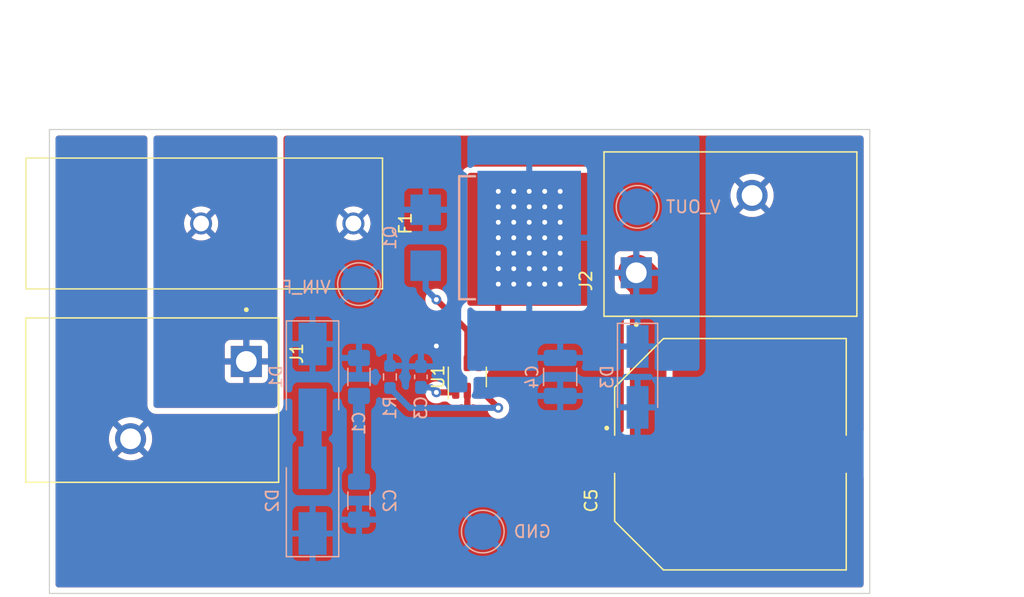
<source format=kicad_pcb>
(kicad_pcb (version 20211014) (generator pcbnew)
  (layers (0 "F.Cu" signal) (31 "B.Cu" signal) (34 "B.Paste" user) (35 "F.Paste" user) (36 "B.SilkS" user "B.Silkscreen") (37 "F.SilkS" user "F.Silkscreen") (38 "B.Mask" user) (39 "F.Mask" user) (44 "Edge.Cuts" user))
  (net 0 "")
  (net 1 "Net-(C3-Pad2)")
  (net 2 "GND")
  (net 3 "Net-(C1-Pad2)")
  (net 4 "Net-(D1-Pad2)")
  (net 5 "/VIN_F")
  (net 6 "/VOUT")
  (net 7 "/VIN")
  (net 8 "/GATE")
  (net 9 "/EN")
  (footprint "IdealDiode:PHOENIX_1017521" (layer "F.Cu") (at 119.0278 83.81985 -90)
    (fp_text reference "J1" (at -0.65 -4.135 90) (layer "F.SilkS"))
    (fp_text value "1017521")
    (fp_line (start -3.575 18.1) (end -3.575 -2.65) (layer "F.SilkS") (width 0.127))
    (fp_line (start -3.575 -2.65) (end 9.925 -2.65) (layer "F.SilkS") (width 0.127))
    (fp_line (start 9.925 -2.65) (end 9.925 18.1) (layer "F.SilkS") (width 0.127))
    (fp_line (start 9.925 18.1) (end -3.575 18.1) (layer "F.SilkS") (width 0.127))
    (fp_circle (center -4.25 0) (end -4.15 0) (layer "F.SilkS") (width 0.2) (fill none))
    (pad "1" thru_hole rect (at 0 0 270) (size 2.55 2.55) (drill 1.7) (layers *.Cu *.Mask) (net 7 "/VIN"))
    (pad "2" thru_hole circle (at 6.35 9.5 270) (size 2.55 2.55) (drill 1.7) (layers *.Cu *.Mask) (net 2 "GND"))
  )
  (footprint "IdealDiode:CAP_EEVFK2A221M" (layer "F.Cu") (at 158.75 91.44)
    (fp_text reference "C5" (at -11.43 3.81 90) (layer "F.SilkS"))
    (fp_text value "220µF")
    (fp_line (start -5.5 -9.5) (end -9.5 -5.5) (layer "F.SilkS") (width 0.127))
    (fp_line (start -9.5 1.57) (end -9.5 5.5) (layer "F.SilkS") (width 0.127))
    (fp_line (start -5.5 9.5) (end 9.5 9.5) (layer "F.SilkS") (width 0.127))
    (fp_line (start 9.5 -1.57) (end 9.5 -9.5) (layer "F.SilkS") (width 0.127))
    (fp_line (start -9.5 -5.5) (end -9.5 -1.57) (layer "F.SilkS") (width 0.127))
    (fp_line (start 9.5 -9.5) (end -5.5 -9.5) (layer "F.SilkS") (width 0.127))
    (fp_line (start -9.5 5.5) (end -5.5 9.5) (layer "F.SilkS") (width 0.127))
    (fp_line (start 9.5 9.5) (end 9.5 1.57) (layer "F.SilkS") (width 0.127))
    (fp_circle (center -10.15 -2.15) (end -10.05 -2.15) (layer "F.SilkS") (width 0.2) (fill none))
    (pad "1" smd rect (at -6.75 0) (size 7.5 2.5) (layers "F.Cu" "F.Paste" "F.Mask") (net 6 "/VOUT"))
    (pad "2" smd rect (at 6.75 0) (size 7.5 2.5) (layers "F.Cu" "F.Paste" "F.Mask") (net 2 "GND"))
  )
  (footprint "Package_TO_SOT_SMD:SOT-23-6" (layer "F.Cu") (at 137.16 85.09 90)
    (fp_text reference "U1" (at 0 -2.4 90) (layer "F.SilkS"))
    (fp_text value "LM74700")
    (fp_line (start 0 -1.56) (end -1.8 -1.56) (layer "F.SilkS") (width 0.12))
    (fp_line (start 0 -1.56) (end 0.8 -1.56) (layer "F.SilkS") (width 0.12))
    (fp_line (start 0 1.56) (end -0.8 1.56) (layer "F.SilkS") (width 0.12))
    (fp_line (start 0 1.56) (end 0.8 1.56) (layer "F.SilkS") (width 0.12))
    (pad "1" smd roundrect (at -1.1375 -0.95 90) (size 1.325 0.6) (layers "F.Cu" "F.Paste" "F.Mask") (net 1 "Net-(C3-Pad2)"))
    (pad "2" smd roundrect (at -1.1375 0 90) (size 1.325 0.6) (layers "F.Cu" "F.Paste" "F.Mask") (net 2 "GND"))
    (pad "3" smd roundrect (at -1.1375 0.95 90) (size 1.325 0.6) (layers "F.Cu" "F.Paste" "F.Mask") (net 9 "/EN"))
    (pad "4" smd roundrect (at 1.1375 0.95 90) (size 1.325 0.6) (layers "F.Cu" "F.Paste" "F.Mask") (net 6 "/VOUT"))
    (pad "5" smd roundrect (at 1.1375 0 90) (size 1.325 0.6) (layers "F.Cu" "F.Paste" "F.Mask") (net 8 "/GATE"))
    (pad "6" smd roundrect (at 1.1375 -0.95 90) (size 1.325 0.6) (layers "F.Cu" "F.Paste" "F.Mask") (net 5 "/VIN_F"))
  )
  (footprint "IdealDiode:4525" (layer "F.Cu") (at 127.8128 72.48835 -90)
    (fp_text reference "F1" (at 0 -4.2672 90) (layer "F.SilkS"))
    (fp_text value "FUSE_4525_KEY" hide)
    (fp_text user "*" (at 0 0 90) (layer "F.SilkS"))
    (fp_line (start 5.3721 26.8732) (end 5.3721 -2.3876) (layer "F.SilkS") (width 0.12))
    (fp_line (start -5.3721 -2.3876) (end -5.3721 26.8732) (layer "F.SilkS") (width 0.12))
    (fp_line (start 5.3721 -2.3876) (end -5.3721 -2.3876) (layer "F.SilkS") (width 0.12))
    (fp_line (start -5.3721 26.8732) (end 5.3721 26.8732) (layer "F.SilkS") (width 0.12))
    (pad "1" thru_hole circle (at 0 0 270) (size 1.8034 1.8034) (drill 1.2954) (layers *.Cu *.Mask) (net 5 "/VIN_F"))
    (pad "2" thru_hole circle (at 0 12.4968 270) (size 1.8034 1.8034) (drill 1.2954) (layers *.Cu *.Mask) (net 7 "/VIN"))
  )
  (footprint "IdealDiode:PHOENIX_1017521" (layer "F.Cu") (at 151.025 76.535 90)
    (fp_text reference "J2" (at -0.65 -4.135 90) (layer "F.SilkS"))
    (fp_text value "1017521")
    (fp_line (start 9.925 18.1) (end -3.575 18.1) (layer "F.SilkS") (width 0.127))
    (fp_line (start -3.575 -2.65) (end 9.925 -2.65) (layer "F.SilkS") (width 0.127))
    (fp_line (start 9.925 -2.65) (end 9.925 18.1) (layer "F.SilkS") (width 0.127))
    (fp_line (start -3.575 18.1) (end -3.575 -2.65) (layer "F.SilkS") (width 0.127))
    (fp_circle (center -4.25 0) (end -4.15 0) (layer "F.SilkS") (width 0.2) (fill none))
    (pad "1" thru_hole rect (at 0 0 90) (size 2.55 2.55) (drill 1.7) (layers *.Cu *.Mask) (net 6 "/VOUT"))
    (pad "2" thru_hole circle (at 6.35 9.5 90) (size 2.55 2.55) (drill 1.7) (layers *.Cu *.Mask) (net 2 "GND"))
  )
  (footprint "Capacitor_SMD:C_1206_3216Metric_Pad1.33x1.80mm_HandSolder" (layer "B.Cu") (at 128.27 95.25 -90)
    (fp_text reference "C2" (at 0 -2.54 90) (layer "B.SilkS") (effects (justify mirror)))
    (fp_text value "0.33µF")
    (fp_line (start -0.711252 -0.91) (end 0.711252 -0.91) (layer "B.SilkS") (width 0.12))
    (fp_line (start -0.711252 0.91) (end 0.711252 0.91) (layer "B.SilkS") (width 0.12))
    (pad "1" smd roundrect (at -1.5625 0 270) (size 1.325 1.8) (layers "B.Cu" "B.Paste" "B.Mask") (roundrect_rratio 0.1886792453) (net 3 "Net-(C1-Pad2)"))
    (pad "2" smd roundrect (at 1.5625 0 270) (size 1.325 1.8) (layers "B.Cu" "B.Paste" "B.Mask") (roundrect_rratio 0.1886792453) (net 2 "GND"))
  )
  (footprint "IdealDiode:R6024KNJTL" (layer "B.Cu") (at 140.115 73.66 90)
    (fp_text reference "Q1" (at 0 -9.305 270) (layer "B.SilkS") (effects (justify mirror)))
    (fp_text value "RSJ650N10TL" hide)
    (fp_line (start 5.05 -3.625) (end 5.05 -2.325) (layer "B.SilkS") (width 0.2))
    (fp_line (start -5.05 -3.625) (end 5.05 -3.625) (layer "B.SilkS") (width 0.2))
    (fp_line (start -5.05 -2.325) (end -5.05 -3.625) (layer "B.SilkS") (width 0.2))
    (pad "1" smd rect (at -2.3 -6.375 90) (size 2.5 2.5) (layers "B.Cu" "B.Paste" "B.Mask") (net 8 "/GATE"))
    (pad "2" smd rect (at 0 2.125) (size 8.5 11) (layers "B.Cu" "B.Paste" "B.Mask") (net 6 "/VOUT"))
    (pad "3" smd rect (at 2.3 -6.375 90) (size 2.5 2.5) (layers "B.Cu" "B.Paste" "B.Mask") (net 5 "/VIN_F"))
  )
  (footprint "Diode_SMD:D_SMB_Handsoldering" (layer "B.Cu") (at 124.46 95.25 90)
    (fp_text reference "D2" (at 0 -3.302 90) (layer "B.SilkS") (effects (justify mirror)))
    (fp_text value "SMBJ28A-13-F")
    (fp_line (start -4.6 -2.15) (end 2.7 -2.15) (layer "B.SilkS") (width 0.12))
    (fp_line (start -4.6 2.15) (end 2.7 2.15) (layer "B.SilkS") (width 0.12))
    (fp_line (start -4.6 2.15) (end -4.6 -2.15) (layer "B.SilkS") (width 0.12))
    (pad "1" smd rect (at -2.7 0 90) (size 3.5 2.3) (layers "B.Cu" "B.Paste" "B.Mask") (net 2 "GND"))
    (pad "2" smd rect (at 2.7 0 90) (size 3.5 2.3) (layers "B.Cu" "B.Paste" "B.Mask") (net 4 "Net-(D1-Pad2)"))
  )
  (footprint "TestPoint:TestPoint_Pad_D3.0mm" (layer "B.Cu") (at 138.43 97.79 180)
    (fp_text reference "GND" (at -4.064 0) (layer "B.SilkS") (effects (justify mirror)))
    (fp_text value "GND")
    (fp_circle (center 0 0) (end 0 -1.75) (layer "B.SilkS") (width 0.12) (fill none))
    (pad "1" smd circle (at 0 0 180) (size 3 3) (layers "B.Cu" "B.Mask") (net 2 "GND"))
  )
  (footprint "Resistor_SMD:R_0603_1608Metric_Pad0.98x0.95mm_HandSolder" (layer "B.Cu") (at 130.81 85.09 -90)
    (fp_text reference "R1" (at 2.54 0 90) (layer "B.SilkS") (effects (justify mirror)))
    (fp_text value "0")
    (fp_line (start -0.254724 0.5225) (end 0.254724 0.5225) (layer "B.SilkS") (width 0.12))
    (fp_line (start -0.254724 -0.5225) (end 0.254724 -0.5225) (layer "B.SilkS") (width 0.12))
    (pad "1" smd roundrect (at -0.9125 0 270) (size 0.975 0.95) (layers "B.Cu" "B.Paste" "B.Mask") (net 5 "/VIN_F"))
    (pad "2" smd roundrect (at 0.9125 0 270) (size 0.975 0.95) (layers "B.Cu" "B.Paste" "B.Mask") (net 9 "/EN"))
  )
  (footprint "TestPoint:TestPoint_Pad_D3.0mm" (layer "B.Cu") (at 128.27 77.47 180)
    (fp_text reference "VIN_F" (at 4.318 -0.254) (layer "B.SilkS") (effects (justify mirror)))
    (fp_text value "VIN_F")
    (fp_circle (center 0 0) (end 0 -1.75) (layer "B.SilkS") (width 0.12) (fill none))
    (pad "1" smd circle (at 0 0 180) (size 3 3) (layers "B.Cu" "B.Mask") (net 5 "/VIN_F"))
  )
  (footprint "Capacitor_SMD:C_1210_3225Metric_Pad1.33x2.70mm_HandSolder" (layer "B.Cu") (at 144.78 85.09 -90)
    (fp_text reference "C4" (at 0 2.3 90) (layer "B.SilkS") (effects (justify mirror)))
    (fp_text value "2.2µF")
    (fp_line (start -0.711252 1.36) (end 0.711252 1.36) (layer "B.SilkS") (width 0.12))
    (fp_line (start -0.711252 -1.36) (end 0.711252 -1.36) (layer "B.SilkS") (width 0.12))
    (pad "1" smd roundrect (at -1.5625 0 270) (size 1.325 2.7) (layers "B.Cu" "B.Paste" "B.Mask") (roundrect_rratio 0.1886792453) (net 6 "/VOUT"))
    (pad "2" smd roundrect (at 1.5625 0 270) (size 1.325 2.7) (layers "B.Cu" "B.Paste" "B.Mask") (roundrect_rratio 0.1886792453) (net 2 "GND"))
  )
  (footprint "TestPoint:TestPoint_Pad_D3.0mm" (layer "B.Cu") (at 151.13 71.12 180)
    (fp_text reference "V_OUT" (at -4.572 0) (layer "B.SilkS") (effects (justify mirror)))
    (fp_text value "V_out")
    (fp_circle (center 0 0) (end 0 -1.75) (layer "B.SilkS") (width 0.12) (fill none))
    (pad "1" smd circle (at 0 0 180) (size 3 3) (layers "B.Cu" "B.Mask") (net 6 "/VOUT"))
  )
  (footprint "Diode_SMD:D_SMB_Handsoldering" (layer "B.Cu") (at 124.46 85.09 -90)
    (fp_text reference "D1" (at 0 3 90) (layer "B.SilkS") (effects (justify mirror)))
    (fp_text value "SMBJ58A-13-F")
    (fp_line (start -4.6 2.15) (end -4.6 -2.15) (layer "B.SilkS") (width 0.12))
    (fp_line (start -4.6 -2.15) (end 2.7 -2.15) (layer "B.SilkS") (width 0.12))
    (fp_line (start -4.6 2.15) (end 2.7 2.15) (layer "B.SilkS") (width 0.12))
    (pad "1" smd rect (at -2.7 0 270) (size 3.5 2.3) (layers "B.Cu" "B.Paste" "B.Mask") (net 5 "/VIN_F"))
    (pad "2" smd rect (at 2.7 0 270) (size 3.5 2.3) (layers "B.Cu" "B.Paste" "B.Mask") (net 4 "Net-(D1-Pad2)"))
  )
  (footprint "Capacitor_SMD:C_1206_3216Metric_Pad1.33x1.80mm_HandSolder" (layer "B.Cu") (at 128.27 85.09 -90)
    (fp_text reference "C1" (at 3.81 0 90) (layer "B.SilkS") (effects (justify mirror)))
    (fp_text value "0.33µF")
    (fp_line (start -0.711252 0.91) (end 0.711252 0.91) (layer "B.SilkS") (width 0.12))
    (fp_line (start -0.711252 -0.91) (end 0.711252 -0.91) (layer "B.SilkS") (width 0.12))
    (pad "1" smd roundrect (at -1.5625 0 270) (size 1.325 1.8) (layers "B.Cu" "B.Paste" "B.Mask") (roundrect_rratio 0.1886792453) (net 5 "/VIN_F"))
    (pad "2" smd roundrect (at 1.5625 0 270) (size 1.325 1.8) (layers "B.Cu" "B.Paste" "B.Mask") (roundrect_rratio 0.1886792453) (net 3 "Net-(C1-Pad2)"))
  )
  (footprint "Capacitor_SMD:C_0603_1608Metric_Pad1.08x0.95mm_HandSolder" (layer "B.Cu") (at 133.35 85.09 -90)
    (fp_text reference "C3" (at 2.54 0 90) (layer "B.SilkS") (effects (justify mirror)))
    (fp_text value "1µF")
    (fp_line (start -0.146267 0.51) (end 0.146267 0.51) (layer "B.SilkS") (width 0.12))
    (fp_line (start -0.146267 -0.51) (end 0.146267 -0.51) (layer "B.SilkS") (width 0.12))
    (pad "1" smd roundrect (at -0.8625 0 270) (size 1.075 0.95) (layers "B.Cu" "B.Paste" "B.Mask") (net 5 "/VIN_F"))
    (pad "2" smd roundrect (at 0.8625 0 270) (size 1.075 0.95) (layers "B.Cu" "B.Paste" "B.Mask") (net 1 "Net-(C3-Pad2)"))
  )
  (footprint "Diode_SMD:D_SMA_Handsoldering" (layer "B.Cu") (at 151.13 85.09 -90)
    (fp_text reference "D3" (at 0 2.5 90) (layer "B.SilkS") (effects (justify mirror)))
    (fp_text value "SMAJ58A")
    (fp_line (start -4.4 1.65) (end -4.4 -1.65) (layer "B.SilkS") (width 0.12))
    (fp_line (start -4.4 1.65) (end 2.5 1.65) (layer "B.SilkS") (width 0.12))
    (fp_line (start -4.4 -1.65) (end 2.5 -1.65) (layer "B.SilkS") (width 0.12))
    (pad "1" smd rect (at -2.5 0 270) (size 3.5 1.8) (layers "B.Cu" "B.Paste" "B.Mask") (net 6 "/VOUT"))
    (pad "2" smd rect (at 2.5 0 270) (size 3.5 1.8) (layers "B.Cu" "B.Paste" "B.Mask") (net 2 "GND"))
  )
  (gr_rect (start 170.18 102.87) (end 102.87 64.77) (layer "Edge.Cuts") (width 0.1) (fill none))
  (segment (start 136.0775 86.36) (end 136.21 86.2275) (width 0.5) (layer "F.Cu") (net 1))
  (segment (start 134.62 86.36) (end 136.0775 86.36) (width 0.5) (layer "F.Cu") (net 1))
  (via (at 134.62 86.36) (size 0.8) (drill 0.4) (layers "F.Cu" "B.Cu") (net 1))
  (segment (start 134.2125 85.9525) (end 134.62 86.36) (width 0.5) (layer "B.Cu") (net 1))
  (segment (start 133.35 85.9525) (end 134.2125 85.9525) (width 0.5) (layer "B.Cu") (net 1))
  (segment (start 137.16 86.2275) (end 137.16 88.138) (width 0.5) (layer "F.Cu") (net 2))
  (segment (start 128.27 86.6525) (end 128.27 93.6875) (width 1) (layer "B.Cu") (net 3))
  (segment (start 124.46 87.79) (end 124.46 92.55) (width 1.5) (layer "B.Cu") (net 4))
  (segment (start 136.21 82.87) (end 136.21 83.9525) (width 0.5) (layer "F.Cu") (net 5))
  (segment (start 134.62 82.55) (end 135.89 82.55) (width 0.5) (layer "F.Cu") (net 5))
  (segment (start 135.89 82.55) (end 136.21 82.87) (width 0.5) (layer "F.Cu") (net 5))
  (via (at 134.62 82.55) (size 0.8) (drill 0.4) (layers "F.Cu" "B.Cu") (net 5))
  (segment (start 139.7 82.3625) (end 139.7 77.47) (width 0.5) (layer "F.Cu") (net 6))
  (segment (start 138.11 83.9525) (end 139.7 82.3625) (width 0.5) (layer "F.Cu") (net 6))
  (segment (start 152 77.51) (end 151.025 76.535) (width 3) (layer "F.Cu") (net 6))
  (segment (start 152 91.44) (end 152 77.51) (width 3) (layer "F.Cu") (net 6))
  (via (at 139.7 77.47) (size 0.8) (drill 0.4) (layers "F.Cu" "B.Cu") (net 6))
  (via (at 144.78 71.12) (size 0.8) (drill 0.4) (layers "F.Cu" "B.Cu") (net 6))
  (via (at 140.97 74.93) (size 0.8) (drill 0.4) (layers "F.Cu" "B.Cu") (net 6))
  (via (at 142.24 69.85) (size 0.8) (drill 0.4) (layers "F.Cu" "B.Cu") (net 6))
  (via (at 144.78 76.2) (size 0.8) (drill 0.4) (layers "F.Cu" "B.Cu") (net 6))
  (via (at 144.78 73.66) (size 0.8) (drill 0.4) (layers "F.Cu" "B.Cu") (net 6))
  (via (at 139.7 71.12) (size 0.8) (drill 0.4) (layers "F.Cu" "B.Cu") (net 6))
  (via (at 140.97 73.66) (size 0.8) (drill 0.4) (layers "F.Cu" "B.Cu") (net 6))
  (via (at 139.7 74.93) (size 0.8) (drill 0.4) (layers "F.Cu" "B.Cu") (net 6))
  (via (at 144.78 72.39) (size 0.8) (drill 0.4) (layers "F.Cu" "B.Cu") (net 6))
  (via (at 140.97 77.47) (size 0.8) (drill 0.4) (layers "F.Cu" "B.Cu") (net 6))
  (via (at 144.78 74.93) (size 0.8) (drill 0.4) (layers "F.Cu" "B.Cu") (net 6))
  (via (at 143.51 76.2) (size 0.8) (drill 0.4) (layers "F.Cu" "B.Cu") (net 6))
  (via (at 144.78 69.85) (size 0.8) (drill 0.4) (layers "F.Cu" "B.Cu") (net 6))
  (via (at 143.51 73.66) (size 0.8) (drill 0.4) (layers "F.Cu" "B.Cu") (net 6))
  (via (at 144.78 77.47) (size 0.8) (drill 0.4) (layers "F.Cu" "B.Cu") (net 6))
  (via (at 143.51 74.93) (size 0.8) (drill 0.4) (layers "F.Cu" "B.Cu") (net 6))
  (via (at 142.24 71.12) (size 0.8) (drill 0.4) (layers "F.Cu" "B.Cu") (net 6))
  (via (at 142.24 77.47) (size 0.8) (drill 0.4) (layers "F.Cu" "B.Cu") (net 6))
  (via (at 140.97 76.2) (size 0.8) (drill 0.4) (layers "F.Cu" "B.Cu") (net 6))
  (via (at 143.51 77.47) (size 0.8) (drill 0.4) (layers "F.Cu" "B.Cu") (net 6))
  (via (at 143.51 72.39) (size 0.8) (drill 0.4) (layers "F.Cu" "B.Cu") (net 6))
  (via (at 142.24 72.39) (size 0.8) (drill 0.4) (layers "F.Cu" "B.Cu") (net 6))
  (via (at 143.51 71.12) (size 0.8) (drill 0.4) (layers "F.Cu" "B.Cu") (net 6))
  (via (at 139.7 69.85) (size 0.8) (drill 0.4) (layers "F.Cu" "B.Cu") (net 6))
  (via (at 143.51 69.85) (size 0.8) (drill 0.4) (layers "F.Cu" "B.Cu") (net 6))
  (via (at 142.24 74.93) (size 0.8) (drill 0.4) (layers "F.Cu" "B.Cu") (net 6))
  (via (at 139.7 73.66) (size 0.8) (drill 0.4) (layers "F.Cu" "B.Cu") (net 6))
  (via (at 139.7 72.39) (size 0.8) (drill 0.4) (layers "F.Cu" "B.Cu") (net 6))
  (via (at 140.97 72.39) (size 0.8) (drill 0.4) (layers "F.Cu" "B.Cu") (net 6))
  (via (at 139.7 76.2) (size 0.8) (drill 0.4) (layers "F.Cu" "B.Cu") (net 6))
  (via (at 140.97 71.12) (size 0.8) (drill 0.4) (layers "F.Cu" "B.Cu") (net 6))
  (via (at 140.97 69.85) (size 0.8) (drill 0.4) (layers "F.Cu" "B.Cu") (net 6))
  (via (at 142.24 76.2) (size 0.8) (drill 0.4) (layers "F.Cu" "B.Cu") (net 6))
  (via (at 142.24 73.66) (size 0.8) (drill 0.4) (layers "F.Cu" "B.Cu") (net 6))
  (segment (start 137.16 81.28) (end 137.16 83.9525) (width 0.5) (layer "F.Cu") (net 8))
  (segment (start 134.62 78.74) (end 137.16 81.28) (width 0.5) (layer "F.Cu") (net 8))
  (via (at 134.62 78.74) (size 0.8) (drill 0.4) (layers "F.Cu" "B.Cu") (net 8))
  (segment (start 133.74 77.86) (end 133.74 75.96) (width 0.5) (layer "B.Cu") (net 8))
  (segment (start 134.62 78.74) (end 133.74 77.86) (width 0.5) (layer "B.Cu") (net 8))
  (segment (start 138.2975 86.2275) (end 139.7 87.63) (width 0.5) (layer "F.Cu") (net 9))
  (segment (start 138.11 86.2275) (end 138.2975 86.2275) (width 0.5) (layer "F.Cu") (net 9))
  (via (at 139.7 87.63) (size 0.8) (drill 0.4) (layers "F.Cu" "B.Cu") (net 9))
  (segment (start 132.4375 87.63) (end 130.81 86.0025) (width 0.5) (layer "B.Cu") (net 9))
  (segment (start 139.7 87.63) (end 132.4375 87.63) (width 0.5) (layer "B.Cu") (net 9))
  (zone (net 7) (net_name "/VIN") (layers F&B.Cu) (priority 1) (connect_pads (clearance 0.5)) (min_thickness 0.5) (fill yes (thermal_gap 0.5) (thermal_bridge_width 0.5))
    (polygon (pts (xy 121.5678 87.63) (xy 111.4078 87.63) (xy 111.4078 64.77) (xy 121.5678 64.77)))
  )
  (zone (net 2) (net_name "GND") (layers F&B.Cu) (connect_pads (clearance 0.5)) (min_thickness 0.5) (fill yes (thermal_gap 0.5) (thermal_bridge_width 0.5))
    (polygon (pts (xy 170.18 102.87) (xy 102.87 102.87) (xy 102.87 64.77) (xy 170.18 64.77)))
  )
  (zone (net 6) (net_name "/VOUT") (layer "F.Cu") (priority 2) (connect_pads (clearance 0.5)) (min_thickness 0.5) (fill yes (thermal_gap 0.5) (thermal_bridge_width 0.5))
    (polygon (pts (xy 153.67 79.248) (xy 137.16 79.248) (xy 137.16 68.326) (xy 153.67 68.326)))
  )
  (zone (net 6) (net_name "/VOUT") (layer "B.Cu") (priority 2) (connect_pads (clearance 0.5)) (min_thickness 0.5) (fill yes (thermal_gap 0.5) (thermal_bridge_width 0.5))
    (polygon (pts (xy 156.21 84.582) (xy 137.16 84.582) (xy 137.16 64.77) (xy 156.21 64.77)))
  )
  (zone (net 5) (net_name "/VIN_F") (layer "B.Cu") (priority 1) (connect_pads (clearance 0.5)) (min_thickness 0.5) (fill yes (thermal_gap 0.5) (thermal_bridge_width 0.5))
    (polygon (pts (xy 137.16 86.36) (xy 122.174 86.36) (xy 122.174 64.77) (xy 137.16 64.77)))
  )
)
</source>
